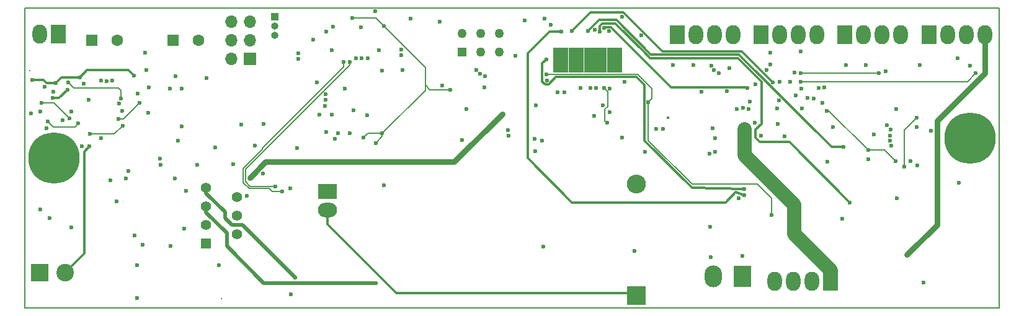
<source format=gbr>
G04 #@! TF.FileFunction,Copper,L3,Inr,Signal*
%FSLAX46Y46*%
G04 Gerber Fmt 4.6, Leading zero omitted, Abs format (unit mm)*
G04 Created by KiCad (PCBNEW 4.0.7) date 06/14/18 16:52:46*
%MOMM*%
%LPD*%
G01*
G04 APERTURE LIST*
%ADD10C,0.100000*%
%ADD11C,0.150000*%
%ADD12R,1.600000X1.600000*%
%ADD13C,1.600000*%
%ADD14R,2.600000X2.600000*%
%ADD15O,2.600000X2.600000*%
%ADD16C,7.000000*%
%ADD17R,1.700000X1.700000*%
%ADD18O,1.700000X1.700000*%
%ADD19R,1.000000X1.000000*%
%ADD20O,1.000000X1.000000*%
%ADD21R,2.350000X3.000000*%
%ADD22O,2.350000X3.000000*%
%ADD23C,1.270000*%
%ADD24R,1.270000X1.270000*%
%ADD25R,2.000000X2.600000*%
%ADD26O,2.000000X2.600000*%
%ADD27R,1.397000X1.397000*%
%ADD28C,1.397000*%
%ADD29R,1.100000X0.890000*%
%ADD30R,2.600000X2.000000*%
%ADD31O,2.600000X2.000000*%
%ADD32C,2.400000*%
%ADD33R,2.400000X2.400000*%
%ADD34C,0.600000*%
%ADD35C,0.400000*%
%ADD36C,0.200000*%
%ADD37C,0.200000*%
%ADD38C,0.500000*%
%ADD39C,0.300000*%
%ADD40C,0.800000*%
%ADD41C,1.960000*%
G04 APERTURE END LIST*
D10*
D11*
X25000000Y-164000000D02*
X25000000Y-123000000D01*
X158000000Y-164000000D02*
X25000000Y-164000000D01*
X158000000Y-123000000D02*
X158000000Y-164000000D01*
X25000000Y-123000000D02*
X158000000Y-123000000D01*
D12*
X45200000Y-127450000D03*
D13*
X48700000Y-127450000D03*
D12*
X34100000Y-127450000D03*
D13*
X37600000Y-127450000D03*
D14*
X108490000Y-162350000D03*
D15*
X108490000Y-147110000D03*
D16*
X154010000Y-140810000D03*
D17*
X55690000Y-129950000D03*
D18*
X53150000Y-129950000D03*
X55690000Y-127410000D03*
X53150000Y-127410000D03*
X55690000Y-124870000D03*
X53150000Y-124870000D03*
D19*
X59090000Y-124250000D03*
D20*
X59090000Y-125520000D03*
X59090000Y-126790000D03*
D21*
X122950000Y-159700000D03*
D22*
X118990000Y-159700000D03*
D23*
X84690000Y-126480000D03*
X87230000Y-126480000D03*
X89770000Y-126480000D03*
D24*
X84690000Y-129020000D03*
D23*
X87230000Y-129020000D03*
X89770000Y-129020000D03*
D25*
X125520000Y-126650000D03*
D26*
X128060000Y-126650000D03*
X130600000Y-126650000D03*
X133140000Y-126650000D03*
D25*
X114080000Y-126650000D03*
D26*
X116620000Y-126650000D03*
X119160000Y-126650000D03*
X121700000Y-126650000D03*
D25*
X136950000Y-126650000D03*
D26*
X139490000Y-126650000D03*
X142030000Y-126650000D03*
X144570000Y-126650000D03*
D25*
X148400000Y-126650000D03*
D26*
X150940000Y-126650000D03*
X153480000Y-126650000D03*
X156020000Y-126650000D03*
D27*
X49724000Y-155220000D03*
D28*
X53915000Y-153950000D03*
X49724000Y-152680000D03*
X53915000Y-151410000D03*
X49724000Y-150140000D03*
X53915000Y-148870000D03*
X49724000Y-147600000D03*
D29*
X106045000Y-131385000D03*
X106045000Y-130535000D03*
X106045000Y-128835000D03*
X106045000Y-129685000D03*
X104988750Y-129685000D03*
X104988750Y-128835000D03*
X104988750Y-130535000D03*
X104988750Y-131385000D03*
X103932500Y-131385000D03*
X103932500Y-130535000D03*
X103932500Y-128835000D03*
X103932500Y-129685000D03*
X102876250Y-129685000D03*
X102876250Y-128835000D03*
X102876250Y-130535000D03*
X102876250Y-131385000D03*
X101820000Y-131385000D03*
X101820000Y-130535000D03*
X101820000Y-128835000D03*
X101820000Y-129685000D03*
X100763750Y-129685000D03*
X100763750Y-128835000D03*
X100763750Y-130535000D03*
X100763750Y-131385000D03*
X99707500Y-131385000D03*
X99707500Y-130535000D03*
X99707500Y-128835000D03*
X99707500Y-129685000D03*
X98651250Y-129685000D03*
X98651250Y-128835000D03*
X98651250Y-130535000D03*
X98651250Y-131385000D03*
X97595000Y-131385000D03*
X97595000Y-130535000D03*
X97595000Y-128835000D03*
X97595000Y-129685000D03*
D16*
X29000000Y-143500000D03*
D30*
X66330000Y-148100000D03*
D31*
X66330000Y-150640000D03*
D25*
X29550000Y-126600000D03*
D26*
X27010000Y-126600000D03*
D32*
X30500000Y-159200000D03*
D33*
X27000000Y-159200000D03*
D25*
X134950000Y-160350000D03*
D26*
X132410000Y-160350000D03*
X129870000Y-160350000D03*
X127330000Y-160350000D03*
D34*
X28910000Y-134470000D03*
X40400000Y-134750000D03*
X45900000Y-141170000D03*
X50990000Y-142080000D03*
X62190000Y-142140000D03*
X56400000Y-141830000D03*
X54570000Y-138930000D03*
X57570000Y-138880000D03*
X74010000Y-147280000D03*
X69850000Y-137010000D03*
X68680000Y-134010000D03*
X40000000Y-154100000D03*
X81660000Y-124890000D03*
X91970000Y-129570000D03*
X93240000Y-124760000D03*
X77660000Y-124480000D03*
X45540000Y-132340000D03*
X41540000Y-131450000D03*
X41790000Y-137360000D03*
X37540000Y-149420000D03*
X46780000Y-153150000D03*
X47000000Y-148010000D03*
X48490000Y-144440000D03*
X53460000Y-144330000D03*
X49760000Y-132620000D03*
X41440000Y-129150000D03*
X41940000Y-133860000D03*
X44770000Y-134020000D03*
X46420000Y-133990000D03*
X122410000Y-148980000D03*
X117330000Y-134450000D03*
X87680000Y-133900000D03*
X94670000Y-142550000D03*
X126248909Y-131521091D03*
X123975028Y-135790010D03*
X134480000Y-137070000D03*
X146740000Y-139240000D03*
X143876446Y-143973554D03*
X140120000Y-142450000D03*
X133830000Y-135950000D03*
X130070000Y-131800000D03*
X36680000Y-146600000D03*
X43520000Y-144450000D03*
X57460000Y-145630000D03*
X61230000Y-147640000D03*
X71200000Y-140740000D03*
X72875860Y-141510000D03*
X73788316Y-140129999D03*
X83100000Y-134210000D03*
X74020000Y-125490000D03*
X69670000Y-124340000D03*
X67040000Y-125530000D03*
X33720000Y-135550000D03*
X25830000Y-137450000D03*
X119004779Y-131524908D03*
X109680000Y-142680000D03*
D35*
X112810000Y-138010000D03*
D34*
X123020000Y-136640000D03*
X121200000Y-131250000D03*
X129480000Y-133059999D03*
X146710000Y-138050000D03*
X145040000Y-144670000D03*
X143960000Y-136820000D03*
X147120000Y-130820000D03*
X154000000Y-130890000D03*
X142520000Y-131670000D03*
X71740000Y-137670000D03*
X73780000Y-131590000D03*
X66890000Y-128800000D03*
X70910000Y-125610000D03*
X64900000Y-133210000D03*
X72800000Y-123480000D03*
X61930000Y-159850000D03*
X72920000Y-160590000D03*
X55700000Y-146190000D03*
X118620000Y-157050000D03*
X90140000Y-137480000D03*
X122940000Y-156880000D03*
X25980000Y-132860000D03*
X39880000Y-132240000D03*
X29210000Y-133280000D03*
X32490000Y-132470000D03*
D36*
X25650000Y-131580000D03*
D34*
X27980000Y-139440000D03*
X32760000Y-141900000D03*
X44850000Y-155540000D03*
D36*
X51850000Y-162770000D03*
D34*
X119250000Y-142650000D03*
X123230000Y-139530000D03*
X156020000Y-129600000D03*
X145390000Y-156730000D03*
X123760000Y-136800000D03*
X123190000Y-147730000D03*
X96170000Y-130030000D03*
X134500000Y-144030000D03*
X123640000Y-133960000D03*
X104100000Y-125750000D03*
X95960000Y-124430000D03*
X96750000Y-125330000D03*
X106480000Y-124220000D03*
X102800000Y-126030000D03*
X106820000Y-133060000D03*
X102960000Y-133980000D03*
X103860000Y-136350000D03*
X98600000Y-134520000D03*
X104820000Y-137290000D03*
X104810000Y-133990000D03*
X152510000Y-146890000D03*
X144050000Y-149060000D03*
X146780000Y-144560000D03*
X102160000Y-133970000D03*
X102720000Y-137760000D03*
X46420000Y-139170000D03*
X27100000Y-150500000D03*
X65970000Y-136420000D03*
X87770000Y-132360000D03*
X130880000Y-133090000D03*
X154810000Y-131920000D03*
X87155891Y-132024014D03*
X141580000Y-131910000D03*
X130930000Y-131950000D03*
X66010000Y-135530000D03*
X86656890Y-131533081D03*
X118710000Y-130890000D03*
X66050686Y-134800686D03*
X113450000Y-130840000D03*
X116280000Y-130850000D03*
X108250000Y-156240000D03*
X118550000Y-152930000D03*
X95740000Y-155630000D03*
X152300000Y-129860000D03*
X126750000Y-129140000D03*
X126760000Y-130690000D03*
X35420000Y-132900000D03*
X134110000Y-133860000D03*
X143190000Y-139640000D03*
X94600000Y-140890000D03*
X68540000Y-130390000D03*
X60100000Y-148110000D03*
X39150000Y-145320000D03*
X98210000Y-126210000D03*
X123200000Y-148560000D03*
X128660000Y-140550000D03*
X140160000Y-143710000D03*
X125520000Y-140470000D03*
X99620000Y-126160000D03*
X127110000Y-133160000D03*
X103510000Y-126220000D03*
X137630000Y-149590000D03*
X101830000Y-126140000D03*
X136730000Y-142020000D03*
X41080000Y-155400000D03*
X40330000Y-162610000D03*
X135320000Y-139310000D03*
X104080000Y-133980000D03*
X104470000Y-138690000D03*
X109100000Y-126790000D03*
X104730000Y-126190000D03*
X100820000Y-133950000D03*
X97740000Y-134570000D03*
X143060000Y-141160000D03*
X96240000Y-132890000D03*
X66920000Y-137610000D03*
X84670000Y-141050000D03*
X91010000Y-140500000D03*
X31330000Y-137160000D03*
X27130000Y-137130000D03*
X124660000Y-138720000D03*
X124740000Y-133450000D03*
X106500000Y-140690000D03*
X131850000Y-135330000D03*
X120850000Y-134400000D03*
X122190000Y-136790000D03*
X132720000Y-135370000D03*
X71773646Y-129879990D03*
X35410000Y-140770000D03*
X111150000Y-139560000D03*
X112090000Y-139530000D03*
X148690000Y-139780000D03*
X81950000Y-133630000D03*
X137060000Y-130850000D03*
X139760000Y-130850000D03*
X118450002Y-142900000D03*
X67730000Y-140160000D03*
X65210000Y-137590000D03*
X119760000Y-131900000D03*
X130960000Y-134010000D03*
X66090000Y-140000000D03*
X62350000Y-129200000D03*
X70950000Y-129880000D03*
X62320000Y-130000000D03*
X70160000Y-129870000D03*
X73330000Y-128760000D03*
X130220000Y-135000000D03*
X76410000Y-129430000D03*
X127928312Y-135626131D03*
X76540000Y-131490000D03*
X145920000Y-143940000D03*
X140910000Y-140300000D03*
X64340000Y-127340000D03*
X43480000Y-143630000D03*
X142692460Y-139047540D03*
X66150000Y-126270000D03*
X67290000Y-140930000D03*
X28770000Y-135340000D03*
X30850000Y-134170000D03*
X31370000Y-153030000D03*
X69340000Y-140130000D03*
X143110000Y-140430000D03*
X76400000Y-128700000D03*
X96160000Y-132100000D03*
X110110000Y-135860000D03*
X126900000Y-151290000D03*
X147690000Y-160540000D03*
X136540000Y-151780000D03*
X33000000Y-133360000D03*
X33830000Y-140200000D03*
X30170000Y-138380000D03*
X33820000Y-141940000D03*
X27660000Y-133810000D03*
X30870000Y-133180000D03*
X38340000Y-139100000D03*
X38070000Y-135350000D03*
X55313511Y-148660000D03*
X119240000Y-140770000D03*
X45480000Y-146270000D03*
X38750000Y-146270000D03*
X36170000Y-133030000D03*
X133380000Y-133920000D03*
X143250000Y-141860000D03*
X95630000Y-141140000D03*
X69340000Y-130380000D03*
X59200000Y-147400000D03*
X118838554Y-139468554D03*
X127740000Y-138860000D03*
X131060002Y-136765002D03*
X127670000Y-136780000D03*
X128050000Y-133100000D03*
X130930000Y-128980000D03*
X85300000Y-136790000D03*
X94730000Y-136330000D03*
X90900000Y-139710000D03*
X61320000Y-162100000D03*
X28410000Y-151760000D03*
X51500000Y-158130000D03*
X40300000Y-158200000D03*
X38300000Y-137080000D03*
X37800000Y-138150000D03*
X40610000Y-136010000D03*
X36890000Y-132950000D03*
X37850000Y-136070000D03*
X27310000Y-135960000D03*
X31090000Y-138100000D03*
X28130000Y-138510000D03*
X32230000Y-138810000D03*
D37*
X140120000Y-142450000D02*
X134740000Y-137070000D01*
X134740000Y-137070000D02*
X134480000Y-137070000D01*
X140120000Y-142450000D02*
X142352892Y-142450000D01*
X142352892Y-142450000D02*
X143876446Y-143973554D01*
X73788316Y-140129999D02*
X71810001Y-140129999D01*
X71810001Y-140129999D02*
X71200000Y-140740000D01*
X72875671Y-141441437D02*
X72875671Y-141509811D01*
X72875671Y-141509811D02*
X72875860Y-141510000D01*
X73788316Y-140129999D02*
X73788316Y-140528792D01*
X73788316Y-140528792D02*
X72875671Y-141441437D01*
X79650000Y-133550000D02*
X79650000Y-134268315D01*
X79650000Y-134268315D02*
X73788316Y-140129999D01*
X82610000Y-134190000D02*
X82630000Y-134210000D01*
X82630000Y-134210000D02*
X83100000Y-134210000D01*
X79650000Y-133550000D02*
X80290000Y-134190000D01*
X80290000Y-134190000D02*
X82610000Y-134190000D01*
X79650000Y-131120000D02*
X79650000Y-133550000D01*
X79650000Y-133550000D02*
X79680000Y-133580000D01*
X74020000Y-125490000D02*
X79650000Y-131120000D01*
X69670000Y-124340000D02*
X72870000Y-124340000D01*
X72870000Y-124340000D02*
X74020000Y-125490000D01*
X146710000Y-138050000D02*
X145040000Y-139720000D01*
X145040000Y-139720000D02*
X145040000Y-144670000D01*
D38*
X49724000Y-147600000D02*
X49724000Y-148314000D01*
X54720000Y-152640000D02*
X61930000Y-159850000D01*
X53230000Y-152640000D02*
X54720000Y-152640000D01*
X52330000Y-151740000D02*
X53230000Y-152640000D01*
X52330000Y-150920000D02*
X52330000Y-151740000D01*
X49724000Y-148314000D02*
X52330000Y-150920000D01*
X49724000Y-150140000D02*
X49724000Y-150924000D01*
X57590000Y-160590000D02*
X72920000Y-160590000D01*
X52560000Y-155560000D02*
X57590000Y-160590000D01*
X52560000Y-153760000D02*
X52560000Y-155560000D01*
X49724000Y-150924000D02*
X52560000Y-153760000D01*
D39*
X75695000Y-161965000D02*
X108105000Y-161965000D01*
X108105000Y-161965000D02*
X108490000Y-162350000D01*
X66330000Y-152600000D02*
X75695000Y-161965000D01*
X66330000Y-152560000D02*
X66330000Y-150640000D01*
D37*
X66330000Y-152560000D02*
X66330000Y-152600000D01*
D10*
X108490000Y-162350000D02*
X107780000Y-162350000D01*
D40*
X83560000Y-144060000D02*
X90140000Y-137480000D01*
X57830000Y-144060000D02*
X83560000Y-144060000D01*
X55700000Y-146190000D02*
X57830000Y-144060000D01*
D39*
X29210000Y-133280000D02*
X27970000Y-133280000D01*
X27550000Y-132860000D02*
X25980000Y-132860000D01*
X27970000Y-133280000D02*
X27550000Y-132860000D01*
X33440000Y-131520000D02*
X32490000Y-132470000D01*
X39160000Y-131520000D02*
X33440000Y-131520000D01*
X39880000Y-132240000D02*
X39160000Y-131520000D01*
X29210000Y-133280000D02*
X30010000Y-132480000D01*
X30010000Y-132480000D02*
X32480000Y-132480000D01*
X32480000Y-132480000D02*
X32490000Y-132470000D01*
D41*
X134950000Y-158830000D02*
X134950000Y-160350000D01*
X123230000Y-143100000D02*
X123230000Y-139530000D01*
X129970000Y-149840000D02*
X123230000Y-143100000D01*
X129970000Y-153850000D02*
X129970000Y-149840000D01*
X134950000Y-158830000D02*
X129970000Y-153850000D01*
D40*
X156020000Y-131894002D02*
X156020000Y-129600000D01*
X156020000Y-129600000D02*
X156020000Y-128750000D01*
X145390000Y-156730000D02*
X149490001Y-152629999D01*
X156020000Y-128750000D02*
X156020000Y-126650000D01*
X149490001Y-152629999D02*
X149490001Y-138424001D01*
X149490001Y-138424001D02*
X156020000Y-131894002D01*
D39*
X96170000Y-130030000D02*
X95609999Y-130590001D01*
X96504001Y-133440001D02*
X97493992Y-132450010D01*
X95609999Y-130590001D02*
X95609999Y-133074001D01*
X95609999Y-133074001D02*
X95975999Y-133440001D01*
X95975999Y-133440001D02*
X96504001Y-133440001D01*
X97493992Y-132450010D02*
X108485022Y-132450010D01*
X108485022Y-132450010D02*
X109559999Y-133524987D01*
X109559999Y-133524987D02*
X109559999Y-141104987D01*
X116065012Y-147610000D02*
X123190000Y-147730000D01*
X109559999Y-141104987D02*
X116065012Y-147610000D01*
X104100000Y-125750000D02*
X104210001Y-125639999D01*
X104210001Y-125639999D02*
X104994001Y-125639999D01*
X104994001Y-125639999D02*
X113204001Y-133849999D01*
X123529999Y-133849999D02*
X123640000Y-133960000D01*
X113204001Y-133849999D02*
X123529999Y-133849999D01*
D37*
X153640000Y-133090000D02*
X154810000Y-131920000D01*
X130880000Y-133090000D02*
X153640000Y-133090000D01*
X130930000Y-131950000D02*
X141540000Y-131950000D01*
X141540000Y-131950000D02*
X141580000Y-131910000D01*
X58340010Y-147700010D02*
X58750000Y-148110000D01*
X58750000Y-148110000D02*
X60100000Y-148110000D01*
X55605732Y-147700010D02*
X58340010Y-147700010D01*
X54790001Y-144929985D02*
X54790002Y-146884280D01*
X68540000Y-131040000D02*
X57430000Y-142150000D01*
X57430000Y-142150000D02*
X57430000Y-142289986D01*
X57430000Y-142289986D02*
X54790001Y-144929985D01*
X54790002Y-146884280D02*
X55605732Y-147700010D01*
X68540000Y-130390000D02*
X68540000Y-131040000D01*
D39*
X98210000Y-126210000D02*
X96590000Y-126210000D01*
X122030000Y-148190000D02*
X123200000Y-148560000D01*
X120630000Y-149590000D02*
X122030000Y-148190000D01*
X99660000Y-149590000D02*
X120630000Y-149590000D01*
X93610000Y-143540000D02*
X99660000Y-149590000D01*
X93610000Y-129190000D02*
X93610000Y-143540000D01*
X96590000Y-126210000D02*
X93610000Y-129190000D01*
X100740000Y-125040000D02*
X100740000Y-125030000D01*
X100740000Y-125040000D02*
X99620000Y-126160000D01*
X100740000Y-125030000D02*
X102170000Y-123600000D01*
X106710000Y-123600000D02*
X102170000Y-123600000D01*
X112049998Y-128939998D02*
X106710000Y-123600000D01*
X122889998Y-128939998D02*
X112049998Y-128939998D01*
X127110000Y-133160000D02*
X122889998Y-128939998D01*
X109450000Y-128990000D02*
X110350000Y-129890000D01*
X103510000Y-125490000D02*
X103840000Y-125160000D01*
X103840000Y-125160000D02*
X105620000Y-125160000D01*
X105620000Y-125160000D02*
X105950000Y-125490000D01*
X109450000Y-128990000D02*
X105950000Y-125490000D01*
X103510000Y-126220000D02*
X103510000Y-125490000D01*
X122360000Y-129890000D02*
X125540000Y-133070000D01*
X110350000Y-129890000D02*
X122360000Y-129890000D01*
X137630000Y-149590000D02*
X129350000Y-141310000D01*
X129350000Y-141310000D02*
X125340000Y-141310000D01*
X125340000Y-141310000D02*
X124750000Y-140720000D01*
X124750000Y-140720000D02*
X124750000Y-139650000D01*
X124750000Y-139650000D02*
X125540000Y-138860000D01*
X125540000Y-138860000D02*
X125540000Y-133070000D01*
X122420000Y-129340000D02*
X110440000Y-129340000D01*
X135100000Y-142020000D02*
X122420000Y-129340000D01*
X136730000Y-142020000D02*
X135100000Y-142020000D01*
X103350000Y-124620000D02*
X101830000Y-126140000D01*
X105720000Y-124620000D02*
X103350000Y-124620000D01*
X110440000Y-129340000D02*
X105720000Y-124620000D01*
D37*
X104540000Y-134440000D02*
X104080000Y-133980000D01*
X104540000Y-136450000D02*
X104540000Y-134440000D01*
X104180000Y-136810000D02*
X104540000Y-136450000D01*
X104180000Y-138400000D02*
X104180000Y-136810000D01*
X104470000Y-138690000D02*
X104180000Y-138400000D01*
D39*
X29680000Y-135340000D02*
X28770000Y-135340000D01*
X30850000Y-134170000D02*
X29680000Y-135340000D01*
D37*
X110110000Y-135860000D02*
X110110000Y-141160000D01*
X126900000Y-149030000D02*
X126900000Y-151290000D01*
X124980000Y-147110000D02*
X126900000Y-149030000D01*
X116060000Y-147110000D02*
X124980000Y-147110000D01*
X110110000Y-141160000D02*
X116060000Y-147110000D01*
X108630000Y-132100000D02*
X96160000Y-132100000D01*
X110550000Y-134020000D02*
X108630000Y-132100000D01*
X110550000Y-135420000D02*
X110550000Y-134020000D01*
X110110000Y-135860000D02*
X110550000Y-135420000D01*
X37190000Y-140250000D02*
X38340000Y-139100000D01*
X33880000Y-140250000D02*
X37190000Y-140250000D01*
X33830000Y-140200000D02*
X33880000Y-140250000D01*
D39*
X33120000Y-156580000D02*
X33120000Y-142640000D01*
X30500000Y-159200000D02*
X33120000Y-156580000D01*
X33120000Y-142640000D02*
X33820000Y-141940000D01*
D37*
X38070000Y-135350000D02*
X38070000Y-134260000D01*
X31640000Y-133950000D02*
X30870000Y-133180000D01*
X37760000Y-133950000D02*
X31640000Y-133950000D01*
X38070000Y-134260000D02*
X37760000Y-133950000D01*
X55730000Y-147400000D02*
X58775736Y-147400000D01*
X55090011Y-146760011D02*
X55730000Y-147400000D01*
X58775736Y-147400000D02*
X59200000Y-147400000D01*
X55090011Y-145054253D02*
X55090011Y-146760011D01*
X69340000Y-130804264D02*
X55090011Y-145054253D01*
X69340000Y-130380000D02*
X69340000Y-130804264D01*
X38470000Y-138150000D02*
X37800000Y-138150000D01*
X40610000Y-136010000D02*
X38470000Y-138150000D01*
X28950000Y-135960000D02*
X27310000Y-135960000D01*
X31090000Y-138100000D02*
X28950000Y-135960000D01*
X28860000Y-139240000D02*
X28130000Y-138510000D01*
X31800000Y-139240000D02*
X28860000Y-139240000D01*
X32230000Y-138810000D02*
X31800000Y-139240000D01*
M02*

</source>
